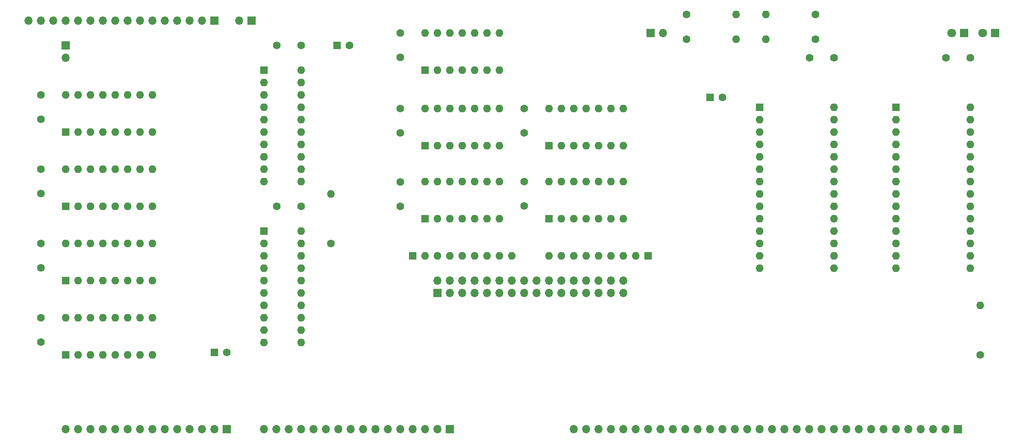
<source format=gts>
G04 #@! TF.GenerationSoftware,KiCad,Pcbnew,(7.0.0)*
G04 #@! TF.CreationDate,2023-09-24T17:52:05-07:00*
G04 #@! TF.ProjectId,rom_counter,726f6d5f-636f-4756-9e74-65722e6b6963,rev?*
G04 #@! TF.SameCoordinates,Original*
G04 #@! TF.FileFunction,Soldermask,Top*
G04 #@! TF.FilePolarity,Negative*
%FSLAX46Y46*%
G04 Gerber Fmt 4.6, Leading zero omitted, Abs format (unit mm)*
G04 Created by KiCad (PCBNEW (7.0.0)) date 2023-09-24 17:52:05*
%MOMM*%
%LPD*%
G01*
G04 APERTURE LIST*
%ADD10R,1.700000X1.700000*%
%ADD11O,1.700000X1.700000*%
%ADD12R,1.600000X1.600000*%
%ADD13C,1.600000*%
%ADD14O,1.600000X1.600000*%
%ADD15R,1.800000X1.800000*%
%ADD16C,1.800000*%
G04 APERTURE END LIST*
D10*
X91439999Y-60959999D03*
D11*
X88899999Y-60959999D03*
X86359999Y-60959999D03*
X83819999Y-60959999D03*
X81279999Y-60959999D03*
X78739999Y-60959999D03*
X76199999Y-60959999D03*
X73659999Y-60959999D03*
X71119999Y-60959999D03*
X68579999Y-60959999D03*
X66039999Y-60959999D03*
X63499999Y-60959999D03*
X60959999Y-60959999D03*
X58419999Y-60959999D03*
X55879999Y-60959999D03*
X53339999Y-60959999D03*
D10*
X139699999Y-144779999D03*
D11*
X137159999Y-144779999D03*
X134619999Y-144779999D03*
X132079999Y-144779999D03*
X129539999Y-144779999D03*
X126999999Y-144779999D03*
X124459999Y-144779999D03*
X121919999Y-144779999D03*
X119379999Y-144779999D03*
X116839999Y-144779999D03*
X114299999Y-144779999D03*
X111759999Y-144779999D03*
X109219999Y-144779999D03*
X106679999Y-144779999D03*
X104139999Y-144779999D03*
X101599999Y-144779999D03*
D12*
X116585999Y-66039999D03*
D13*
X119086000Y-66040000D03*
X104220000Y-99060000D03*
X109220000Y-99060000D03*
D12*
X180339999Y-109219999D03*
D14*
X177799999Y-109219999D03*
X175259999Y-109219999D03*
X172719999Y-109219999D03*
X170179999Y-109219999D03*
X167639999Y-109219999D03*
X165099999Y-109219999D03*
X162559999Y-109219999D03*
X160019999Y-109219999D03*
D13*
X248412000Y-129540000D03*
D14*
X248411999Y-119379999D03*
D10*
X137159999Y-116839999D03*
D11*
X137159999Y-114299999D03*
X139699999Y-116839999D03*
X139699999Y-114299999D03*
X142239999Y-116839999D03*
X142239999Y-114299999D03*
X144779999Y-116839999D03*
X144779999Y-114299999D03*
X147319999Y-116839999D03*
X147319999Y-114299999D03*
X149859999Y-116839999D03*
X149859999Y-114299999D03*
X152399999Y-116839999D03*
X152399999Y-114299999D03*
X154939999Y-116839999D03*
X154939999Y-114299999D03*
X157479999Y-116839999D03*
X157479999Y-114299999D03*
X160019999Y-116839999D03*
X160019999Y-114299999D03*
X162559999Y-116839999D03*
X162559999Y-114299999D03*
X165099999Y-116839999D03*
X165099999Y-114299999D03*
X167639999Y-116839999D03*
X167639999Y-114299999D03*
X170179999Y-116839999D03*
X170179999Y-114299999D03*
X172719999Y-116839999D03*
X172719999Y-114299999D03*
X175259999Y-116839999D03*
X175259999Y-114299999D03*
D12*
X203199999Y-78739999D03*
D14*
X203199999Y-81279999D03*
X203199999Y-83819999D03*
X203199999Y-86359999D03*
X203199999Y-88899999D03*
X203199999Y-91439999D03*
X203199999Y-93979999D03*
X203199999Y-96519999D03*
X203199999Y-99059999D03*
X203199999Y-101599999D03*
X203199999Y-104139999D03*
X203199999Y-106679999D03*
X203199999Y-109219999D03*
X203199999Y-111759999D03*
X218439999Y-111759999D03*
X218439999Y-109219999D03*
X218439999Y-106679999D03*
X218439999Y-104139999D03*
X218439999Y-101599999D03*
X218439999Y-99059999D03*
X218439999Y-96519999D03*
X218439999Y-93979999D03*
X218439999Y-91439999D03*
X218439999Y-88899999D03*
X218439999Y-86359999D03*
X218439999Y-83819999D03*
X218439999Y-81279999D03*
X218439999Y-78739999D03*
D13*
X55880000Y-81200000D03*
X55880000Y-76200000D03*
X55880000Y-126920000D03*
X55880000Y-121920000D03*
D10*
X180847999Y-63499999D03*
D11*
X183387999Y-63499999D03*
D12*
X160019999Y-86613999D03*
D14*
X162559999Y-86613999D03*
X165099999Y-86613999D03*
X167639999Y-86613999D03*
X170179999Y-86613999D03*
X172719999Y-86613999D03*
X175259999Y-86613999D03*
X175259999Y-78993999D03*
X172719999Y-78993999D03*
X170179999Y-78993999D03*
X167639999Y-78993999D03*
X165099999Y-78993999D03*
X162559999Y-78993999D03*
X160019999Y-78993999D03*
D12*
X134619999Y-86613999D03*
D14*
X137159999Y-86613999D03*
X139699999Y-86613999D03*
X142239999Y-86613999D03*
X144779999Y-86613999D03*
X147319999Y-86613999D03*
X149859999Y-86613999D03*
X149859999Y-78993999D03*
X147319999Y-78993999D03*
X144779999Y-78993999D03*
X142239999Y-78993999D03*
X139699999Y-78993999D03*
X137159999Y-78993999D03*
X134619999Y-78993999D03*
D13*
X154940000Y-83994000D03*
X154940000Y-78994000D03*
X55880000Y-96440000D03*
X55880000Y-91440000D03*
D12*
X101599999Y-104139999D03*
D14*
X101599999Y-106679999D03*
X101599999Y-109219999D03*
X101599999Y-111759999D03*
X101599999Y-114299999D03*
X101599999Y-116839999D03*
X101599999Y-119379999D03*
X101599999Y-121919999D03*
X101599999Y-124459999D03*
X101599999Y-126999999D03*
X109219999Y-126999999D03*
X109219999Y-124459999D03*
X109219999Y-121919999D03*
X109219999Y-119379999D03*
X109219999Y-116839999D03*
X109219999Y-114299999D03*
X109219999Y-111759999D03*
X109219999Y-109219999D03*
X109219999Y-106679999D03*
X109219999Y-104139999D03*
D13*
X104220000Y-66040000D03*
X109220000Y-66040000D03*
X213440000Y-68580000D03*
X218440000Y-68580000D03*
D15*
X245109999Y-63499999D03*
D16*
X242570000Y-63500000D03*
D13*
X115316000Y-106680000D03*
D14*
X115315999Y-96519999D03*
D12*
X160019999Y-101599999D03*
D14*
X162559999Y-101599999D03*
X165099999Y-101599999D03*
X167639999Y-101599999D03*
X170179999Y-101599999D03*
X172719999Y-101599999D03*
X175259999Y-101599999D03*
X175259999Y-93979999D03*
X172719999Y-93979999D03*
X170179999Y-93979999D03*
X167639999Y-93979999D03*
X165099999Y-93979999D03*
X162559999Y-93979999D03*
X160019999Y-93979999D03*
D13*
X129540000Y-68500000D03*
X129540000Y-63500000D03*
D12*
X91439999Y-129031999D03*
D13*
X93940000Y-129032000D03*
D15*
X251459999Y-63499999D03*
D16*
X248920000Y-63500000D03*
D13*
X214630000Y-64770000D03*
D14*
X204469999Y-64769999D03*
D13*
X154940000Y-98980000D03*
X154940000Y-93980000D03*
D10*
X60959999Y-66039999D03*
D11*
X60959999Y-68579999D03*
D12*
X134619999Y-71119999D03*
D14*
X137159999Y-71119999D03*
X139699999Y-71119999D03*
X142239999Y-71119999D03*
X144779999Y-71119999D03*
X147319999Y-71119999D03*
X149859999Y-71119999D03*
X149859999Y-63499999D03*
X147319999Y-63499999D03*
X144779999Y-63499999D03*
X142239999Y-63499999D03*
X139699999Y-63499999D03*
X137159999Y-63499999D03*
X134619999Y-63499999D03*
D13*
X188214000Y-64770000D03*
D14*
X198373999Y-64769999D03*
D12*
X60959999Y-129539999D03*
D14*
X63499999Y-129539999D03*
X66039999Y-129539999D03*
X68579999Y-129539999D03*
X71119999Y-129539999D03*
X73659999Y-129539999D03*
X76199999Y-129539999D03*
X78739999Y-129539999D03*
X78739999Y-121919999D03*
X76199999Y-121919999D03*
X73659999Y-121919999D03*
X71119999Y-121919999D03*
X68579999Y-121919999D03*
X66039999Y-121919999D03*
X63499999Y-121919999D03*
X60959999Y-121919999D03*
D12*
X60959999Y-83819999D03*
D14*
X63499999Y-83819999D03*
X66039999Y-83819999D03*
X68579999Y-83819999D03*
X71119999Y-83819999D03*
X73659999Y-83819999D03*
X76199999Y-83819999D03*
X78739999Y-83819999D03*
X78739999Y-76199999D03*
X76199999Y-76199999D03*
X73659999Y-76199999D03*
X71119999Y-76199999D03*
X68579999Y-76199999D03*
X66039999Y-76199999D03*
X63499999Y-76199999D03*
X60959999Y-76199999D03*
D12*
X101599999Y-71119999D03*
D14*
X101599999Y-73659999D03*
X101599999Y-76199999D03*
X101599999Y-78739999D03*
X101599999Y-81279999D03*
X101599999Y-83819999D03*
X101599999Y-86359999D03*
X101599999Y-88899999D03*
X101599999Y-91439999D03*
X101599999Y-93979999D03*
X109219999Y-93979999D03*
X109219999Y-91439999D03*
X109219999Y-88899999D03*
X109219999Y-86359999D03*
X109219999Y-83819999D03*
X109219999Y-81279999D03*
X109219999Y-78739999D03*
X109219999Y-76199999D03*
X109219999Y-73659999D03*
X109219999Y-71119999D03*
D12*
X60959999Y-99059999D03*
D14*
X63499999Y-99059999D03*
X66039999Y-99059999D03*
X68579999Y-99059999D03*
X71119999Y-99059999D03*
X73659999Y-99059999D03*
X76199999Y-99059999D03*
X78739999Y-99059999D03*
X78739999Y-91439999D03*
X76199999Y-91439999D03*
X73659999Y-91439999D03*
X71119999Y-91439999D03*
X68579999Y-91439999D03*
X66039999Y-91439999D03*
X63499999Y-91439999D03*
X60959999Y-91439999D03*
D13*
X188214000Y-59690000D03*
D14*
X198373999Y-59689999D03*
D12*
X60959999Y-114299999D03*
D14*
X63499999Y-114299999D03*
X66039999Y-114299999D03*
X68579999Y-114299999D03*
X71119999Y-114299999D03*
X73659999Y-114299999D03*
X76199999Y-114299999D03*
X78739999Y-114299999D03*
X78739999Y-106679999D03*
X76199999Y-106679999D03*
X73659999Y-106679999D03*
X71119999Y-106679999D03*
X68579999Y-106679999D03*
X66039999Y-106679999D03*
X63499999Y-106679999D03*
X60959999Y-106679999D03*
D13*
X129540000Y-78994000D03*
X129540000Y-83994000D03*
D12*
X193039999Y-76707999D03*
D13*
X195540000Y-76708000D03*
X129540000Y-94060000D03*
X129540000Y-99060000D03*
D10*
X99059999Y-60959999D03*
D11*
X96519999Y-60959999D03*
D13*
X214630000Y-59690000D03*
D14*
X204469999Y-59689999D03*
D12*
X134619999Y-101599999D03*
D14*
X137159999Y-101599999D03*
X139699999Y-101599999D03*
X142239999Y-101599999D03*
X144779999Y-101599999D03*
X147319999Y-101599999D03*
X149859999Y-101599999D03*
X149859999Y-93979999D03*
X147319999Y-93979999D03*
X144779999Y-93979999D03*
X142239999Y-93979999D03*
X139699999Y-93979999D03*
X137159999Y-93979999D03*
X134619999Y-93979999D03*
D10*
X243839999Y-144779999D03*
D11*
X241299999Y-144779999D03*
X238759999Y-144779999D03*
X236219999Y-144779999D03*
X233679999Y-144779999D03*
X231139999Y-144779999D03*
X228599999Y-144779999D03*
X226059999Y-144779999D03*
X223519999Y-144779999D03*
X220979999Y-144779999D03*
X218439999Y-144779999D03*
X215899999Y-144779999D03*
X213359999Y-144779999D03*
X210819999Y-144779999D03*
X208279999Y-144779999D03*
X205739999Y-144779999D03*
X203199999Y-144779999D03*
X200659999Y-144779999D03*
X198119999Y-144779999D03*
X195579999Y-144779999D03*
X193039999Y-144779999D03*
X190499999Y-144779999D03*
X187959999Y-144779999D03*
X185419999Y-144779999D03*
X182879999Y-144779999D03*
X180339999Y-144779999D03*
X177799999Y-144779999D03*
X175259999Y-144779999D03*
X172719999Y-144779999D03*
X170179999Y-144779999D03*
X167639999Y-144779999D03*
X165099999Y-144779999D03*
D12*
X132079999Y-109219999D03*
D14*
X134619999Y-109219999D03*
X137159999Y-109219999D03*
X139699999Y-109219999D03*
X142239999Y-109219999D03*
X144779999Y-109219999D03*
X147319999Y-109219999D03*
X149859999Y-109219999D03*
X152399999Y-109219999D03*
D10*
X93979999Y-144779999D03*
D11*
X91439999Y-144779999D03*
X88899999Y-144779999D03*
X86359999Y-144779999D03*
X83819999Y-144779999D03*
X81279999Y-144779999D03*
X78739999Y-144779999D03*
X76199999Y-144779999D03*
X73659999Y-144779999D03*
X71119999Y-144779999D03*
X68579999Y-144779999D03*
X66039999Y-144779999D03*
X63499999Y-144779999D03*
X60959999Y-144779999D03*
D13*
X55880000Y-111680000D03*
X55880000Y-106680000D03*
X241380000Y-68580000D03*
X246380000Y-68580000D03*
D12*
X231139999Y-78739999D03*
D14*
X231139999Y-81279999D03*
X231139999Y-83819999D03*
X231139999Y-86359999D03*
X231139999Y-88899999D03*
X231139999Y-91439999D03*
X231139999Y-93979999D03*
X231139999Y-96519999D03*
X231139999Y-99059999D03*
X231139999Y-101599999D03*
X231139999Y-104139999D03*
X231139999Y-106679999D03*
X231139999Y-109219999D03*
X231139999Y-111759999D03*
X246379999Y-111759999D03*
X246379999Y-109219999D03*
X246379999Y-106679999D03*
X246379999Y-104139999D03*
X246379999Y-101599999D03*
X246379999Y-99059999D03*
X246379999Y-96519999D03*
X246379999Y-93979999D03*
X246379999Y-91439999D03*
X246379999Y-88899999D03*
X246379999Y-86359999D03*
X246379999Y-83819999D03*
X246379999Y-81279999D03*
X246379999Y-78739999D03*
M02*

</source>
